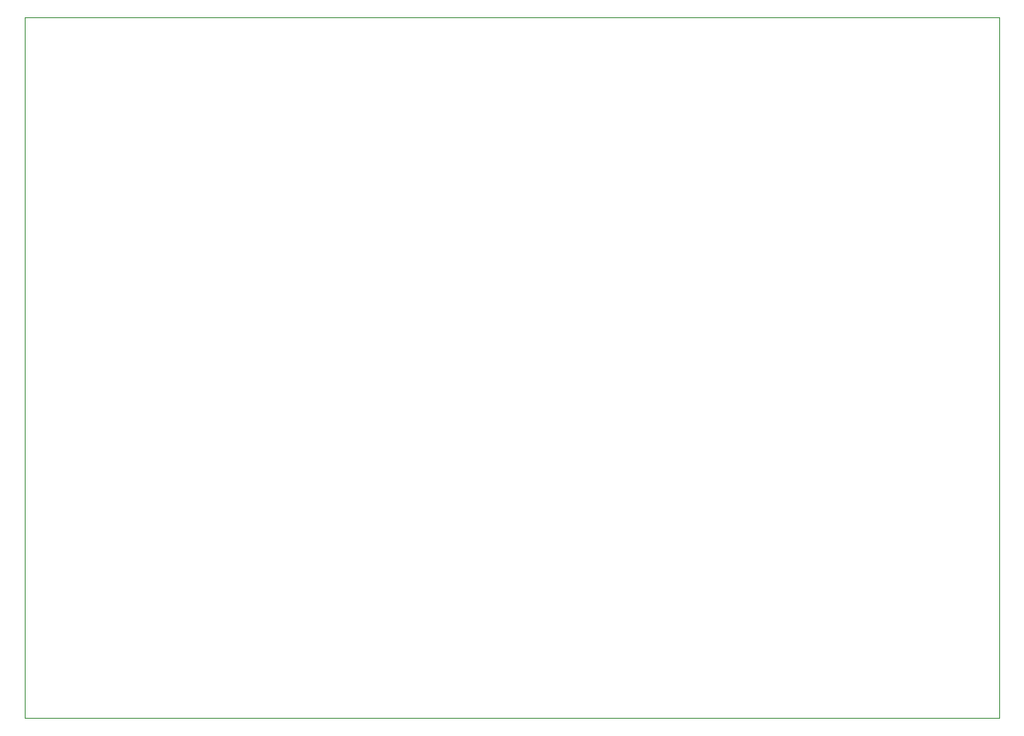
<source format=gbr>
%TF.GenerationSoftware,KiCad,Pcbnew,6.0.0-d3dd2cf0fa~116~ubuntu20.04.1*%
%TF.CreationDate,2022-02-13T01:33:05+01:00*%
%TF.ProjectId,addon-edge-rpi-i2s-pmod,6164646f-6e2d-4656-9467-652d7270692d,0.41*%
%TF.SameCoordinates,Original*%
%TF.FileFunction,Profile,NP*%
%FSLAX46Y46*%
G04 Gerber Fmt 4.6, Leading zero omitted, Abs format (unit mm)*
G04 Created by KiCad (PCBNEW 6.0.0-d3dd2cf0fa~116~ubuntu20.04.1) date 2022-02-13 01:33:05*
%MOMM*%
%LPD*%
G01*
G04 APERTURE LIST*
%TA.AperFunction,Profile*%
%ADD10C,0.050000*%
%TD*%
G04 APERTURE END LIST*
D10*
X208750000Y-72938700D02*
X208750000Y-144938750D01*
X108750000Y-72938700D02*
X208750000Y-72938700D01*
X108750000Y-144938750D02*
X208750000Y-144938750D01*
X108750000Y-144938750D02*
X108750000Y-72938700D01*
M02*

</source>
